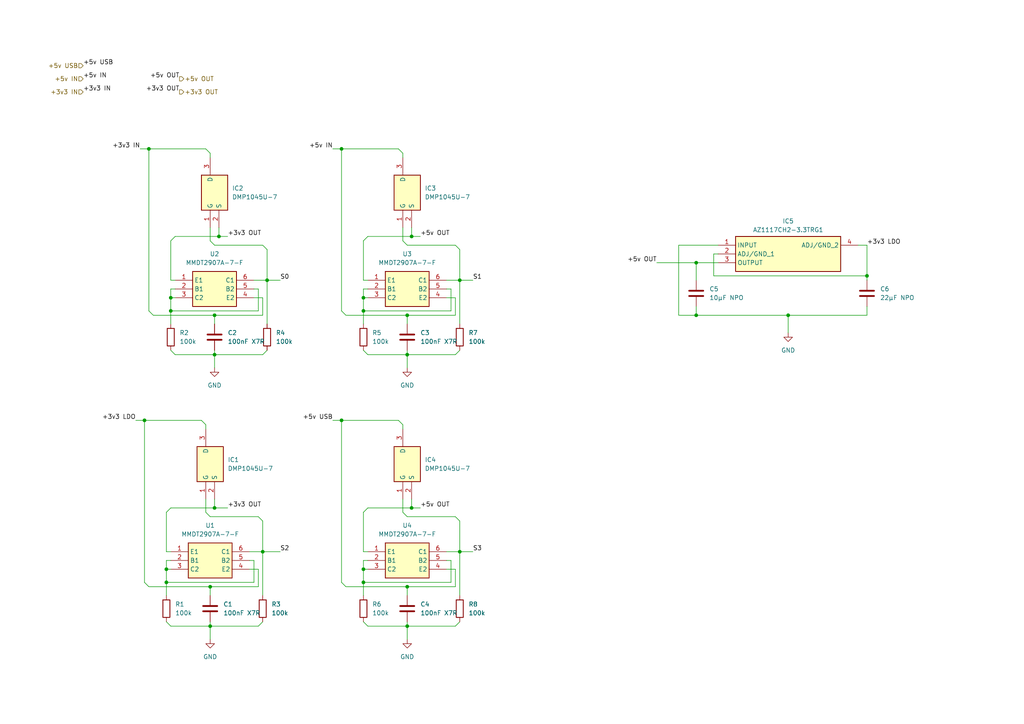
<source format=kicad_sch>
(kicad_sch (version 20230121) (generator eeschema)
  (paper "A4")
  (lib_symbols
    (symbol "Device:C" (pin_numbers hide) (pin_names (offset 0.254))
      (property "Reference" "C" (at 0.635 2.54 0))
      (property "Value" "C" (at 0.635 -2.54 0))
      (symbol "C_0_1"
        (polyline (pts (xy -2.032 -0.762) (xy 2.032 -0.762)) (stroke (width 0.508)))
        (polyline (pts (xy -2.032 0.762) (xy 2.032 0.762)) (stroke (width 0.508)))
      )
      (symbol "C_1_1"
        (pin passive line (at 0 3.81 270) (length 2.794) (name "~") (number "1"))
        (pin passive line (at 0 -3.81 90) (length 2.794) (name "~") (number "2"))
      )
    )
    (symbol "Device:R" (pin_numbers hide) (pin_names (offset 0))
      (property "Reference" "R" (at 2.032 0 90))
      (property "Value" "R" (at 0 0 90))
      (symbol "R_0_1"
        (rectangle (start -1.016 -2.54) (end 1.016 2.54) (stroke (width 0.254)))
      )
      (symbol "R_1_1"
        (pin passive line (at 0 3.81 270) (length 1.27) (name "~") (number "1"))
        (pin passive line (at 0 -3.81 90) (length 1.27) (name "~") (number "2"))
      )
    )
    (symbol "Downloads:AZ1117CH2-3.3TRG1"
      (property "Reference" "IC" (at 36.83 7.62 0))
      (property "Value" "AZ1117CH2-3.3TRG1" (at 36.83 5.08 0))
      (symbol "AZ1117CH2-3.3TRG1_1_1"
        (rectangle (start 5.08 2.54) (end 35.56 -7.62) (stroke (width 0.254)) (fill (type background)))
        (pin passive line (at 0 0 0) (length 5.08) (name "INPUT") (number "1"))
        (pin passive line (at 0 -2.54 0) (length 5.08) (name "ADJ/GND_1") (number "2"))
        (pin passive line (at 0 -5.08 0) (length 5.08) (name "OUTPUT") (number "3"))
        (pin passive line (at 40.64 0 180) (length 5.08) (name "ADJ/GND_2") (number "4"))
      )
    )
    (symbol "MouserElectronics:DMP1045U-7"
      (property "Reference" "IC" (at 16.51 7.62 0))
      (property "Value" "DMP1045U-7" (at 16.51 5.08 0))
      (symbol "DMP1045U-7_1_1"
        (rectangle (start 5.08 2.54) (end 15.24 -5.08) (stroke (width 0.254)) (fill (type background)))
        (pin passive line (at 0 0 0) (length 5.08) (name "G") (number "1"))
        (pin passive line (at 0 -2.54 0) (length 5.08) (name "S") (number "2"))
        (pin passive line (at 20.32 0 180) (length 5.08) (name "D") (number "3"))
      )
    )
    (symbol "MouserElectronics:MMDT2907A-7-F"
      (property "Reference" "U" (at 19.05 7.62 0))
      (property "Value" "MMDT2907A-7-F" (at 19.05 5.08 0))
      (symbol "MMDT2907A-7-F_1_1"
        (rectangle (start 5.08 2.54) (end 17.78 -7.62) (stroke (width 0.254)) (fill (type background)))
        (pin passive line (at 0 0 0) (length 5.08) (name "E1") (number "1"))
        (pin passive line (at 0 -2.54 0) (length 5.08) (name "B1") (number "2"))
        (pin passive line (at 0 -5.08 0) (length 5.08) (name "C2") (number "3"))
        (pin passive line (at 22.86 -5.08 180) (length 5.08) (name "E2") (number "4"))
        (pin passive line (at 22.86 -2.54 180) (length 5.08) (name "B2") (number "5"))
        (pin passive line (at 22.86 0 180) (length 5.08) (name "C1") (number "6"))
      )
    )
    (symbol "power:GND" (power) (pin_names (offset 0))
      (property "Value" "GND" (at 0 -3.81 0))
      (symbol "GND_0_1"
        (polyline (pts (xy 0 0) (xy 0 -1.27) (xy 1.27 -1.27) (xy 0 -2.54) (xy -1.27 -1.27) (xy 0 -1.27)))
      )
      (symbol "GND_1_1"
        (pin power_in line (at 0 0 270) (length 0) hide (name "GND") (number "1"))
      )
    )
  )
  (junction (at 119.38 68.58))
  (junction (at 118.11 181.61))
  (junction (at 76.2 160.02))
  (junction (at 62.23 147.32))
  (junction (at 228.6 91.44))
  (junction (at 201.93 76.2))
  (junction (at 201.93 91.44))
  (junction (at 105.41 165.1))
  (junction (at 118.11 91.44))
  (junction (at 41.91 121.92))
  (junction (at 118.11 102.87))
  (junction (at 99.06 121.92))
  (junction (at 62.23 91.44))
  (junction (at 105.41 86.36))
  (junction (at 118.11 170.18))
  (junction (at 105.41 168.91))
  (junction (at 60.96 181.61))
  (junction (at 48.26 168.91))
  (junction (at 60.96 170.18))
  (junction (at 133.35 81.28))
  (junction (at 77.47 81.28))
  (junction (at 63.5 68.58))
  (junction (at 99.06 43.18))
  (junction (at 48.26 165.1))
  (junction (at 43.18 43.18))
  (junction (at 49.53 90.17))
  (junction (at 105.41 90.17))
  (junction (at 133.35 160.02))
  (junction (at 62.23 102.87))
  (junction (at 119.38 147.32))
  (junction (at 49.53 86.36))
  (junction (at 251.46 80.01))
  (wire (pts (xy 60.96 180.34) (xy 60.96 181.61)))
  (wire (pts (xy 129.54 162.56) (xy 130.81 162.56)))
  (wire (pts (xy 105.41 160.02) (xy 106.68 160.02)))
  (wire (pts (xy 105.41 180.34) (xy 106.68 181.61)))
  (wire (pts (xy 48.26 160.02) (xy 49.53 160.02)))
  (wire (pts (xy 106.68 68.58) (xy 119.38 68.58)))
  (wire (pts (xy 49.53 86.36) (xy 50.8 86.36)))
  (wire (pts (xy 106.68 181.61) (xy 118.11 181.61)))
  (wire (pts (xy 105.41 90.17) (xy 130.81 90.17)))
  (wire (pts (xy 133.35 81.28) (xy 137.16 81.28)))
  (wire (pts (xy 59.69 144.78) (xy 59.69 148.59)))
  (wire (pts (xy 62.23 91.44) (xy 76.2 91.44)))
  (wire (pts (xy 62.23 144.78) (xy 62.23 147.32)))
  (wire (pts (xy 105.41 69.85) (xy 106.68 68.58)))
  (wire (pts (xy 105.41 162.56) (xy 106.68 162.56)))
  (wire (pts (xy 118.11 101.6) (xy 118.11 102.87)))
  (wire (pts (xy 132.08 181.61) (xy 133.35 180.34)))
  (wire (pts (xy 228.6 91.44) (xy 251.46 91.44)))
  (wire (pts (xy 76.2 160.02) (xy 81.28 160.02)))
  (wire (pts (xy 60.96 69.85) (xy 62.23 71.12)))
  (wire (pts (xy 73.66 81.28) (xy 77.47 81.28)))
  (wire (pts (xy 77.47 72.39) (xy 77.47 81.28)))
  (wire (pts (xy 132.08 149.86) (xy 133.35 151.13)))
  (wire (pts (xy 118.11 102.87) (xy 132.08 102.87)))
  (wire (pts (xy 48.26 168.91) (xy 73.66 168.91)))
  (wire (pts (xy 105.41 101.6) (xy 106.68 102.87)))
  (wire (pts (xy 60.96 181.61) (xy 60.96 185.42)))
  (wire (pts (xy 72.39 162.56) (xy 73.66 162.56)))
  (wire (pts (xy 59.69 148.59) (xy 60.96 149.86)))
  (wire (pts (xy 132.08 71.12) (xy 133.35 72.39)))
  (wire (pts (xy 48.26 165.1) (xy 48.26 168.91)))
  (wire (pts (xy 251.46 81.28) (xy 251.46 80.01)))
  (wire (pts (xy 248.92 71.12) (xy 251.46 71.12)))
  (wire (pts (xy 49.53 81.28) (xy 50.8 81.28)))
  (wire (pts (xy 207.01 80.01) (xy 251.46 80.01)))
  (wire (pts (xy 74.93 181.61) (xy 76.2 180.34)))
  (wire (pts (xy 201.93 88.9) (xy 201.93 91.44)))
  (wire (pts (xy 74.93 149.86) (xy 76.2 151.13)))
  (wire (pts (xy 133.35 160.02) (xy 133.35 172.72)))
  (wire (pts (xy 41.91 121.92) (xy 58.42 121.92)))
  (wire (pts (xy 119.38 66.04) (xy 119.38 68.58)))
  (wire (pts (xy 118.11 71.12) (xy 132.08 71.12)))
  (wire (pts (xy 118.11 102.87) (xy 118.11 106.68)))
  (wire (pts (xy 118.11 91.44) (xy 132.08 91.44)))
  (wire (pts (xy 73.66 86.36) (xy 76.2 86.36)))
  (wire (pts (xy 76.2 151.13) (xy 76.2 160.02)))
  (wire (pts (xy 77.47 81.28) (xy 81.28 81.28)))
  (wire (pts (xy 100.33 170.18) (xy 118.11 170.18)))
  (wire (pts (xy 48.26 180.34) (xy 49.53 181.61)))
  (wire (pts (xy 105.41 148.59) (xy 106.68 147.32)))
  (wire (pts (xy 118.11 181.61) (xy 132.08 181.61)))
  (wire (pts (xy 106.68 102.87) (xy 118.11 102.87)))
  (wire (pts (xy 105.41 168.91) (xy 130.81 168.91)))
  (wire (pts (xy 133.35 151.13) (xy 133.35 160.02)))
  (wire (pts (xy 196.85 91.44) (xy 201.93 91.44)))
  (wire (pts (xy 43.18 43.18) (xy 59.69 43.18)))
  (wire (pts (xy 96.52 121.92) (xy 99.06 121.92)))
  (wire (pts (xy 49.53 69.85) (xy 50.8 68.58)))
  (wire (pts (xy 72.39 160.02) (xy 76.2 160.02)))
  (wire (pts (xy 43.18 170.18) (xy 60.96 170.18)))
  (wire (pts (xy 74.93 83.82) (xy 74.93 90.17)))
  (wire (pts (xy 62.23 102.87) (xy 62.23 106.68)))
  (wire (pts (xy 74.93 165.1) (xy 74.93 170.18)))
  (wire (pts (xy 207.01 73.66) (xy 207.01 80.01)))
  (wire (pts (xy 76.2 102.87) (xy 77.47 101.6)))
  (wire (pts (xy 60.96 44.45) (xy 59.69 43.18)))
  (wire (pts (xy 118.11 180.34) (xy 118.11 181.61)))
  (wire (pts (xy 62.23 71.12) (xy 76.2 71.12)))
  (wire (pts (xy 251.46 91.44) (xy 251.46 88.9)))
  (wire (pts (xy 118.11 181.61) (xy 118.11 185.42)))
  (wire (pts (xy 118.11 149.86) (xy 132.08 149.86)))
  (wire (pts (xy 48.26 168.91) (xy 48.26 172.72)))
  (wire (pts (xy 106.68 147.32) (xy 119.38 147.32)))
  (wire (pts (xy 105.41 162.56) (xy 105.41 165.1)))
  (wire (pts (xy 76.2 71.12) (xy 77.47 72.39)))
  (wire (pts (xy 201.93 81.28) (xy 201.93 76.2)))
  (wire (pts (xy 100.33 91.44) (xy 99.06 90.17)))
  (wire (pts (xy 39.37 121.92) (xy 41.91 121.92)))
  (wire (pts (xy 105.41 86.36) (xy 105.41 90.17)))
  (wire (pts (xy 105.41 83.82) (xy 106.68 83.82)))
  (wire (pts (xy 129.54 83.82) (xy 130.81 83.82)))
  (wire (pts (xy 105.41 81.28) (xy 105.41 69.85)))
  (wire (pts (xy 44.45 91.44) (xy 43.18 90.17)))
  (wire (pts (xy 99.06 121.92) (xy 99.06 168.91)))
  (wire (pts (xy 48.26 162.56) (xy 48.26 165.1)))
  (wire (pts (xy 129.54 86.36) (xy 132.08 86.36)))
  (wire (pts (xy 60.96 170.18) (xy 60.96 172.72)))
  (wire (pts (xy 105.41 90.17) (xy 105.41 93.98)))
  (wire (pts (xy 59.69 123.19) (xy 59.69 124.46)))
  (wire (pts (xy 133.35 81.28) (xy 133.35 93.98)))
  (wire (pts (xy 44.45 91.44) (xy 62.23 91.44)))
  (wire (pts (xy 118.11 170.18) (xy 118.11 172.72)))
  (wire (pts (xy 63.5 66.04) (xy 63.5 68.58)))
  (wire (pts (xy 129.54 81.28) (xy 133.35 81.28)))
  (wire (pts (xy 196.85 71.12) (xy 196.85 91.44)))
  (wire (pts (xy 60.96 149.86) (xy 74.93 149.86)))
  (wire (pts (xy 116.84 44.45) (xy 115.57 43.18)))
  (wire (pts (xy 60.96 170.18) (xy 74.93 170.18)))
  (wire (pts (xy 100.33 91.44) (xy 118.11 91.44)))
  (wire (pts (xy 48.26 160.02) (xy 48.26 148.59)))
  (wire (pts (xy 60.96 66.04) (xy 60.96 69.85)))
  (wire (pts (xy 62.23 147.32) (xy 66.04 147.32)))
  (wire (pts (xy 49.53 101.6) (xy 50.8 102.87)))
  (wire (pts (xy 76.2 86.36) (xy 76.2 91.44)))
  (wire (pts (xy 76.2 160.02) (xy 76.2 172.72)))
  (wire (pts (xy 62.23 102.87) (xy 76.2 102.87)))
  (wire (pts (xy 132.08 86.36) (xy 132.08 91.44)))
  (wire (pts (xy 99.06 43.18) (xy 115.57 43.18)))
  (wire (pts (xy 190.5 76.2) (xy 201.93 76.2)))
  (wire (pts (xy 228.6 91.44) (xy 201.93 91.44)))
  (wire (pts (xy 105.41 83.82) (xy 105.41 86.36)))
  (wire (pts (xy 48.26 165.1) (xy 49.53 165.1)))
  (wire (pts (xy 105.41 165.1) (xy 105.41 168.91)))
  (wire (pts (xy 118.11 170.18) (xy 132.08 170.18)))
  (wire (pts (xy 49.53 86.36) (xy 49.53 90.17)))
  (wire (pts (xy 48.26 148.59) (xy 49.53 147.32)))
  (wire (pts (xy 62.23 101.6) (xy 62.23 102.87)))
  (wire (pts (xy 105.41 168.91) (xy 105.41 172.72)))
  (wire (pts (xy 105.41 81.28) (xy 106.68 81.28)))
  (wire (pts (xy 73.66 83.82) (xy 74.93 83.82)))
  (wire (pts (xy 196.85 71.12) (xy 208.28 71.12)))
  (wire (pts (xy 116.84 44.45) (xy 116.84 45.72)))
  (wire (pts (xy 49.53 81.28) (xy 49.53 69.85)))
  (wire (pts (xy 48.26 162.56) (xy 49.53 162.56)))
  (wire (pts (xy 130.81 162.56) (xy 130.81 168.91)))
  (wire (pts (xy 99.06 121.92) (xy 115.57 121.92)))
  (wire (pts (xy 116.84 144.78) (xy 116.84 148.59)))
  (wire (pts (xy 132.08 102.87) (xy 133.35 101.6)))
  (wire (pts (xy 208.28 73.66) (xy 207.01 73.66)))
  (wire (pts (xy 73.66 162.56) (xy 73.66 168.91)))
  (wire (pts (xy 133.35 72.39) (xy 133.35 81.28)))
  (wire (pts (xy 59.69 123.19) (xy 58.42 121.92)))
  (wire (pts (xy 132.08 165.1) (xy 132.08 170.18)))
  (wire (pts (xy 119.38 147.32) (xy 121.92 147.32)))
  (wire (pts (xy 49.53 90.17) (xy 49.53 93.98)))
  (wire (pts (xy 43.18 170.18) (xy 41.91 168.91)))
  (wire (pts (xy 130.81 83.82) (xy 130.81 90.17)))
  (wire (pts (xy 201.93 76.2) (xy 208.28 76.2)))
  (wire (pts (xy 116.84 123.19) (xy 115.57 121.92)))
  (wire (pts (xy 60.96 44.45) (xy 60.96 45.72)))
  (wire (pts (xy 119.38 68.58) (xy 121.92 68.58)))
  (wire (pts (xy 96.52 43.18) (xy 99.06 43.18)))
  (wire (pts (xy 77.47 81.28) (xy 77.47 93.98)))
  (wire (pts (xy 49.53 90.17) (xy 74.93 90.17)))
  (wire (pts (xy 133.35 160.02) (xy 137.16 160.02)))
  (wire (pts (xy 62.23 91.44) (xy 62.23 93.98)))
  (wire (pts (xy 116.84 66.04) (xy 116.84 69.85)))
  (wire (pts (xy 60.96 181.61) (xy 74.93 181.61)))
  (wire (pts (xy 63.5 68.58) (xy 66.04 68.58)))
  (wire (pts (xy 50.8 102.87) (xy 62.23 102.87)))
  (wire (pts (xy 105.41 86.36) (xy 106.68 86.36)))
  (wire (pts (xy 43.18 43.18) (xy 43.18 90.17)))
  (wire (pts (xy 72.39 165.1) (xy 74.93 165.1)))
  (wire (pts (xy 99.06 43.18) (xy 99.06 90.17)))
  (wire (pts (xy 119.38 144.78) (xy 119.38 147.32)))
  (wire (pts (xy 228.6 91.44) (xy 228.6 96.52)))
  (wire (pts (xy 49.53 147.32) (xy 62.23 147.32)))
  (wire (pts (xy 49.53 181.61) (xy 60.96 181.61)))
  (wire (pts (xy 41.91 121.92) (xy 41.91 168.91)))
  (wire (pts (xy 40.64 43.18) (xy 43.18 43.18)))
  (wire (pts (xy 100.33 170.18) (xy 99.06 168.91)))
  (wire (pts (xy 105.41 165.1) (xy 106.68 165.1)))
  (wire (pts (xy 50.8 68.58) (xy 63.5 68.58)))
  (wire (pts (xy 105.41 160.02) (xy 105.41 148.59)))
  (wire (pts (xy 49.53 83.82) (xy 50.8 83.82)))
  (wire (pts (xy 116.84 123.19) (xy 116.84 124.46)))
  (wire (pts (xy 129.54 165.1) (xy 132.08 165.1)))
  (wire (pts (xy 251.46 71.12) (xy 251.46 80.01)))
  (wire (pts (xy 49.53 83.82) (xy 49.53 86.36)))
  (wire (pts (xy 116.84 148.59) (xy 118.11 149.86)))
  (wire (pts (xy 129.54 160.02) (xy 133.35 160.02)))
  (wire (pts (xy 116.84 69.85) (xy 118.11 71.12)))
  (wire (pts (xy 118.11 91.44) (xy 118.11 93.98)))
  (label "+5v OUT" (at 52.07 22.86 180))
  (label "S2" (at 81.28 160.02 0))
  (label "+5v USB" (at 96.52 121.92 180))
  (label "+5v OUT" (at 121.92 147.32 0))
  (label "+3v3 OUT" (at 66.04 68.58 0))
  (label "+3v3 IN" (at 24.13 26.67 0))
  (label "+3v3 LDO" (at 39.37 121.92 180))
  (label "+5v IN" (at 96.52 43.18 180))
  (label "S1" (at 137.16 81.28 0))
  (label "S0" (at 81.28 81.28 0))
  (label "+3v3 IN" (at 40.64 43.18 180))
  (label "+5v OUT" (at 190.5 76.2 180))
  (label "+5v OUT" (at 121.92 68.58 0))
  (label "+3v3 LDO" (at 251.46 71.12 0))
  (label "S3" (at 137.16 160.02 0))
  (label "+5v IN" (at 24.13 22.86 0))
  (label "+5v USB" (at 24.13 19.05 0))
  (label "+3v3 OUT" (at 52.07 26.67 180))
  (label "+3v3 OUT" (at 66.04 147.32 0))
  (hierarchical_label "+3v3 OUT" (shape output) (at 52.07 26.67 0))
  (hierarchical_label "+3v3 IN" (shape input) (at 24.13 26.67 180))
  (hierarchical_label "+5v IN" (shape input) (at 24.13 22.86 180))
  (hierarchical_label "+5v OUT" (shape output) (at 52.07 22.86 0))
  (hierarchical_label "+5v USB" (shape input) (at 24.13 19.05 180))
  (symbol (lib_id "Device:C") (at 118.11 97.79 0) (unit 1)
    (property "Reference" "C3" (at 121.92 96.52 0) (effects (justify left)))
    (property "Value" "100nF X7R" (at 121.92 99.06 0) (effects (justify left)))
    (property "Footprint" "Capacitor_SMD:C_0402_1005Metric" (effects hide))
  )
  (symbol (lib_id "Device:R") (at 76.2 176.53 0) (unit 1)
    (property "Reference" "R3" (at 78.74 175.26 0) (effects (justify left)))
    (property "Value" "100k" (at 78.74 177.8 0) (effects (justify left)))
    (property "Footprint" "Resistor_SMD:R_0402_1005Metric" (effects hide))
  )
  (symbol (lib_id "Device:R") (at 77.47 97.79 0) (unit 1)
    (property "Reference" "R4" (at 80.01 96.52 0) (effects (justify left)))
    (property "Value" "100k" (at 80.01 99.06 0) (effects (justify left)))
    (property "Footprint" "Resistor_SMD:R_0402_1005Metric" (effects hide))
  )
  (symbol (lib_id "MouserElectronics:MMDT2907A-7-F") (at 106.68 160.02 0) (unit 1)
    (property "Reference" "U4" (at 118.11 152.4 0))
    (property "Value" "MMDT2907A-7-F" (at 118.11 154.94 0))
    (property "Footprint" "Downloads:SOT65P210X110-6N" (effects hide))
    (property "Datasheet" "https://www.digikey.com/product-detail/en/diodes-incorporated/MMDT2907A-7-F/MMDT2907A-FDICT-ND/755507" (effects hide))
    (property "Height" "1.1" (effects hide))
    (property "Mouser Part Number" "621-MMDT2907A-F" (effects hide))
    (property "Mouser Price/Stock" "https://www.mouser.co.uk/ProductDetail/Diodes-Incorporated/MMDT2907A-7-F?qs=r2lzopzdS3aWhNHiAefFpg%3D%3D" (effects hide))
    (property "Manufacturer_Name" "Diodes Incorporated" (effects hide))
    (property "Manufacturer_Part_Number" "MMDT2907A-7-F" (effects hide))
  )
  (symbol (lib_id "Device:R") (at 105.41 97.79 0) (unit 1)
    (property "Reference" "R5" (at 107.95 96.52 0) (effects (justify left)))
    (property "Value" "100k" (at 107.95 99.06 0) (effects (justify left)))
    (property "Footprint" "Resistor_SMD:R_0402_1005Metric" (effects hide))
  )
  (symbol (lib_id "Downloads:AZ1117CH2-3.3TRG1") (at 208.28 71.12 0) (unit 1)
    (property "Reference" "IC5" (at 228.6 64.135 0))
    (property "Value" "AZ1117CH2-3.3TRG1" (at 228.6 66.675 0))
    (property "Footprint" "Downloads:SOT230P700X180-4N" (effects hide))
    (property "Datasheet" "https://www.arrow.com/en/products/az1117ch2-3.3trg1/diodes-incorporated" (effects hide))
    (property "Height" "1.8" (effects hide))
    (property "Manufacturer_Name" "Diodes Incorporated" (effects hide))
    (property "Manufacturer_Part_Number" "AZ1117CH2-3.3TRG1" (effects hide))
    (property "Mouser Part Number" "621-AZ1117CH2-33TRG1" (effects hide))
    (property "Mouser Price/Stock" "https://www.mouser.co.uk/ProductDetail/Diodes-Incorporated/AZ1117CH2-3.3TRG1?qs=lQAVKuKFhkLc7jCxso2G3w%3D%3D" (effects hide))
    (property "Arrow Part Number" "AZ1117CH2-3.3TRG1" (effects hide))
    (property "Arrow Price/Stock" "https://www.arrow.com/en/products/az1117ch2-3.3trg1/diodes-incorporated?region=nac" (effects hide))
  )
  (symbol (lib_id "Device:R") (at 49.53 97.79 0) (unit 1)
    (property "Reference" "R2" (at 52.07 96.52 0) (effects (justify left)))
    (property "Value" "100k" (at 52.07 99.06 0) (effects (justify left)))
    (property "Footprint" "Resistor_SMD:R_0402_1005Metric" (effects hide))
  )
  (symbol (lib_id "Device:R") (at 48.26 176.53 0) (unit 1)
    (property "Reference" "R1" (at 50.8 175.26 0) (effects (justify left)))
    (property "Value" "100k" (at 50.8 177.8 0) (effects (justify left)))
    (property "Footprint" "Resistor_SMD:R_0402_1005Metric" (effects hide))
  )
  (symbol (lib_id "Device:C") (at 62.23 97.79 0) (unit 1)
    (property "Reference" "C2" (at 66.04 96.52 0) (effects (justify left)))
    (property "Value" "100nF X7R" (at 66.04 99.06 0) (effects (justify left)))
    (property "Footprint" "Capacitor_SMD:C_0402_1005Metric" (effects hide))
  )
  (symbol (lib_id "MouserElectronics:MMDT2907A-7-F") (at 106.68 81.28 0) (unit 1)
    (property "Reference" "U3" (at 118.11 73.66 0))
    (property "Value" "MMDT2907A-7-F" (at 118.11 76.2 0))
    (property "Footprint" "Downloads:SOT65P210X110-6N" (effects hide))
    (property "Datasheet" "https://www.digikey.com/product-detail/en/diodes-incorporated/MMDT2907A-7-F/MMDT2907A-FDICT-ND/755507" (effects hide))
    (property "Height" "1.1" (effects hide))
    (property "Mouser Part Number" "621-MMDT2907A-F" (effects hide))
    (property "Mouser Price/Stock" "https://www.mouser.co.uk/ProductDetail/Diodes-Incorporated/MMDT2907A-7-F?qs=r2lzopzdS3aWhNHiAefFpg%3D%3D" (effects hide))
    (property "Manufacturer_Name" "Diodes Incorporated" (effects hide))
    (property "Manufacturer_Part_Number" "MMDT2907A-7-F" (effects hide))
  )
  (symbol (lib_id "MouserElectronics:DMP1045U-7") (at 60.96 66.04 90) (unit 1)
    (property "Reference" "IC2" (at 67.31 54.61 90) (effects (justify right)))
    (property "Value" "DMP1045U-7" (at 67.31 57.15 90) (effects (justify right)))
    (property "Footprint" "Downloads:SOT96P240X120-3N" (effects hide))
    (property "Datasheet" "https://datasheet.datasheetarchive.com/originals/distributors/Datasheets-DGA24/1599196.pdf" (effects hide))
    (property "Height" "1.2" (effects hide))
    (property "Mouser Part Number" "621-DMP1045U-7" (effects hide))
    (property "Mouser Price/Stock" "https://www.mouser.co.uk/ProductDetail/Diodes-Incorporated/DMP1045U-7?qs=T%2FOtf55vL7eEKnIWhgMvTQ%3D%3D" (effects hide))
    (property "Manufacturer_Name" "Diodes Incorporated" (effects hide))
    (property "Manufacturer_Part_Number" "DMP1045U-7" (effects hide))
  )
  (symbol (lib_id "power:GND") (at 228.6 96.52 0) (unit 1)
    (property "Reference" "#PWR08" (effects hide))
    (property "Value" "GND" (at 228.6 101.6 0))
  )
  (symbol (lib_id "Device:C") (at 118.11 176.53 0) (unit 1)
    (property "Reference" "C4" (at 121.92 175.26 0) (effects (justify left)))
    (property "Value" "100nF X7R" (at 121.92 177.8 0) (effects (justify left)))
    (property "Footprint" "Capacitor_SMD:C_0402_1005Metric" (effects hide))
  )
  (symbol (lib_id "MouserElectronics:MMDT2907A-7-F") (at 50.8 81.28 0) (unit 1)
    (property "Reference" "U2" (at 62.23 73.66 0))
    (property "Value" "MMDT2907A-7-F" (at 62.23 76.2 0))
    (property "Footprint" "Downloads:SOT65P210X110-6N" (effects hide))
    (property "Datasheet" "https://www.digikey.com/product-detail/en/diodes-incorporated/MMDT2907A-7-F/MMDT2907A-FDICT-ND/755507" (effects hide))
    (property "Height" "1.1" (effects hide))
    (property "Mouser Part Number" "621-MMDT2907A-F" (effects hide))
    (property "Mouser Price/Stock" "https://www.mouser.co.uk/ProductDetail/Diodes-Incorporated/MMDT2907A-7-F?qs=r2lzopzdS3aWhNHiAefFpg%3D%3D" (effects hide))
    (property "Manufacturer_Name" "Diodes Incorporated" (effects hide))
    (property "Manufacturer_Part_Number" "MMDT2907A-7-F" (effects hide))
  )
  (symbol (lib_id "power:GND") (at 62.23 106.68 0) (unit 1)
    (property "Reference" "#PWR05" (effects hide))
    (property "Value" "GND" (at 62.23 111.76 0))
  )
  (symbol (lib_id "power:GND") (at 118.11 185.42 0) (unit 1)
    (property "Reference" "#PWR07" (effects hide))
    (property "Value" "GND" (at 118.11 190.5 0))
  )
  (symbol (lib_id "MouserElectronics:DMP1045U-7") (at 59.69 144.78 90) (unit 1)
    (property "Reference" "IC1" (at 66.04 133.35 90) (effects (justify right)))
    (property "Value" "DMP1045U-7" (at 66.04 135.89 90) (effects (justify right)))
    (property "Footprint" "Downloads:SOT96P240X120-3N" (effects hide))
    (property "Datasheet" "https://datasheet.datasheetarchive.com/originals/distributors/Datasheets-DGA24/1599196.pdf" (effects hide))
    (property "Height" "1.2" (effects hide))
    (property "Mouser Part Number" "621-DMP1045U-7" (effects hide))
    (property "Mouser Price/Stock" "https://www.mouser.co.uk/ProductDetail/Diodes-Incorporated/DMP1045U-7?qs=T%2FOtf55vL7eEKnIWhgMvTQ%3D%3D" (effects hide))
    (property "Manufacturer_Name" "Diodes Incorporated" (effects hide))
    (property "Manufacturer_Part_Number" "DMP1045U-7" (effects hide))
  )
  (symbol (lib_id "MouserElectronics:DMP1045U-7") (at 116.84 66.04 90) (unit 1)
    (property "Reference" "IC3" (at 123.19 54.61 90) (effects (justify right)))
    (property "Value" "DMP1045U-7" (at 123.19 57.15 90) (effects (justify right)))
    (property "Footprint" "Downloads:SOT96P240X120-3N" (effects hide))
    (property "Datasheet" "https://datasheet.datasheetarchive.com/originals/distributors/Datasheets-DGA24/1599196.pdf" (effects hide))
    (property "Height" "1.2" (effects hide))
    (property "Mouser Part Number" "621-DMP1045U-7" (effects hide))
    (property "Mouser Price/Stock" "https://www.mouser.co.uk/ProductDetail/Diodes-Incorporated/DMP1045U-7?qs=T%2FOtf55vL7eEKnIWhgMvTQ%3D%3D" (effects hide))
    (property "Manufacturer_Name" "Diodes Incorporated" (effects hide))
    (property "Manufacturer_Part_Number" "DMP1045U-7" (effects hide))
  )
  (symbol (lib_id "Device:C") (at 201.93 85.09 0) (unit 1)
    (property "Reference" "C5" (at 205.74 83.82 0) (effects (justify left)))
    (property "Value" "10µF NPO" (at 205.74 86.36 0) (effects (justify left)))
    (property "Footprint" "Capacitor_SMD:C_0402_1005Metric" (effects hide))
  )
  (symbol (lib_id "Device:R") (at 133.35 97.79 0) (unit 1)
    (property "Reference" "R7" (at 135.89 96.52 0) (effects (justify left)))
    (property "Value" "100k" (at 135.89 99.06 0) (effects (justify left)))
    (property "Footprint" "Resistor_SMD:R_0402_1005Metric" (effects hide))
  )
  (symbol (lib_id "Device:C") (at 251.46 85.09 0) (unit 1)
    (property "Reference" "C6" (at 255.27 83.82 0) (effects (justify left)))
    (property "Value" "22µF NPO" (at 255.27 86.36 0) (effects (justify left)))
    (property "Footprint" "Capacitor_SMD:C_0402_1005Metric" (effects hide))
  )
  (symbol (lib_id "Device:R") (at 133.35 176.53 0) (unit 1)
    (property "Reference" "R8" (at 135.89 175.26 0) (effects (justify left)))
    (property "Value" "100k" (at 135.89 177.8 0) (effects (justify left)))
    (property "Footprint" "Resistor_SMD:R_0402_1005Metric" (effects hide))
  )
  (symbol (lib_id "power:GND") (at 60.96 185.42 0) (unit 1)
    (property "Reference" "#PWR04" (effects hide))
    (property "Value" "GND" (at 60.96 190.5 0))
  )
  (symbol (lib_id "MouserElectronics:MMDT2907A-7-F") (at 49.53 160.02 0) (unit 1)
    (property "Reference" "U1" (at 60.96 152.4 0))
    (property "Value" "MMDT2907A-7-F" (at 60.96 154.94 0))
    (property "Footprint" "Downloads:SOT65P210X110-6N" (effects hide))
    (property "Datasheet" "https://www.digikey.com/product-detail/en/diodes-incorporated/MMDT2907A-7-F/MMDT2907A-FDICT-ND/755507" (effects hide))
    (property "Height" "1.1" (effects hide))
    (property "Mouser Part Number" "621-MMDT2907A-F" (effects hide))
    (property "Mouser Price/Stock" "https://www.mouser.co.uk/ProductDetail/Diodes-Incorporated/MMDT2907A-7-F?qs=r2lzopzdS3aWhNHiAefFpg%3D%3D" (effects hide))
    (property "Manufacturer_Name" "Diodes Incorporated" (effects hide))
    (property "Manufacturer_Part_Number" "MMDT2907A-7-F" (effects hide))
  )
  (symbol (lib_id "MouserElectronics:DMP1045U-7") (at 116.84 144.78 90) (unit 1)
    (property "Reference" "IC4" (at 123.19 133.35 90) (effects (justify right)))
    (property "Value" "DMP1045U-7" (at 123.19 135.89 90) (effects (justify right)))
    (property "Footprint" "Downloads:SOT96P240X120-3N" (effects hide))
    (property "Datasheet" "https://datasheet.datasheetarchive.com/originals/distributors/Datasheets-DGA24/1599196.pdf" (effects hide))
    (property "Height" "1.2" (effects hide))
    (property "Mouser Part Number" "621-DMP1045U-7" (effects hide))
    (property "Mouser Price/Stock" "https://www.mouser.co.uk/ProductDetail/Diodes-Incorporated/DMP1045U-7?qs=T%2FOtf55vL7eEKnIWhgMvTQ%3D%3D" (effects hide))
    (property "Manufacturer_Name" "Diodes Incorporated" (effects hide))
    (property "Manufacturer_Part_Number" "DMP1045U-7" (effects hide))
  )
  (symbol (lib_id "power:GND") (at 118.11 106.68 0) (unit 1)
    (property "Reference" "#PWR06" (effects hide))
    (property "Value" "GND" (at 118.11 111.76 0))
  )
  (symbol (lib_id "Device:C") (at 60.96 176.53 0) (unit 1)
    (property "Reference" "C1" (at 64.77 175.26 0) (effects (justify left)))
    (property "Value" "100nF X7R" (at 64.77 177.8 0) (effects (justify left)))
    (property "Footprint" "Capacitor_SMD:C_0402_1005Metric" (effects hide))
  )
  (symbol (lib_id "Device:R") (at 105.41 176.53 0) (unit 1)
    (property "Reference" "R6" (at 107.95 175.26 0) (effects (justify left)))
    (property "Value" "100k" (at 107.95 177.8 0) (effects (justify left)))
    (property "Footprint" "Resistor_SMD:R_0402_1005Metric" (effects hide))
  )
)
</source>
